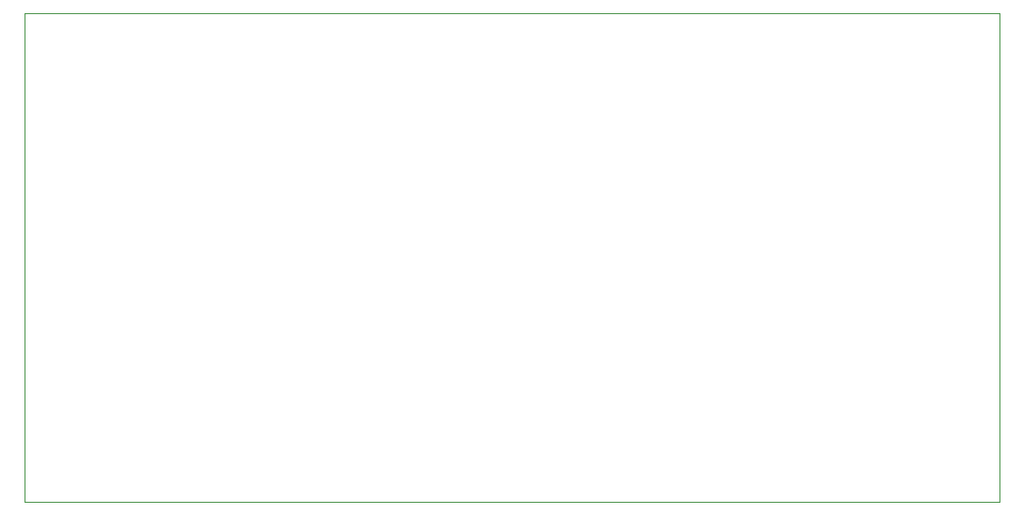
<source format=gbr>
%TF.GenerationSoftware,KiCad,Pcbnew,9.0.1-9.0.1-0~ubuntu24.04.1*%
%TF.CreationDate,2025-05-01T18:06:16+02:00*%
%TF.ProjectId,Circuito_LED,43697263-7569-4746-9f5f-4c45442e6b69,rev?*%
%TF.SameCoordinates,Original*%
%TF.FileFunction,Profile,NP*%
%FSLAX46Y46*%
G04 Gerber Fmt 4.6, Leading zero omitted, Abs format (unit mm)*
G04 Created by KiCad (PCBNEW 9.0.1-9.0.1-0~ubuntu24.04.1) date 2025-05-01 18:06:16*
%MOMM*%
%LPD*%
G01*
G04 APERTURE LIST*
%TA.AperFunction,Profile*%
%ADD10C,0.100000*%
%TD*%
G04 APERTURE END LIST*
D10*
X86250000Y-77250000D02*
X173750000Y-77250000D01*
X173750000Y-121250000D01*
X86250000Y-121250000D01*
X86250000Y-77250000D01*
M02*

</source>
